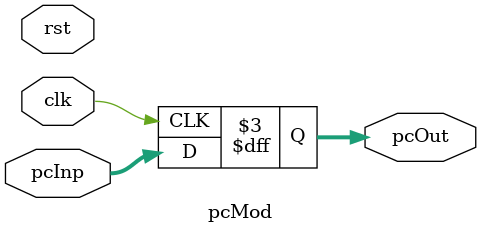
<source format=v>
module pcMod (
	input wire clk, rst,
	input wire [31:0] pcInp,
	output reg [31:0] pcOut
);
	
	initial begin
		pcOut = 0;
	end

	always @(posedge clk) begin
		pcOut = pcInp;
	end

endmodule
</source>
